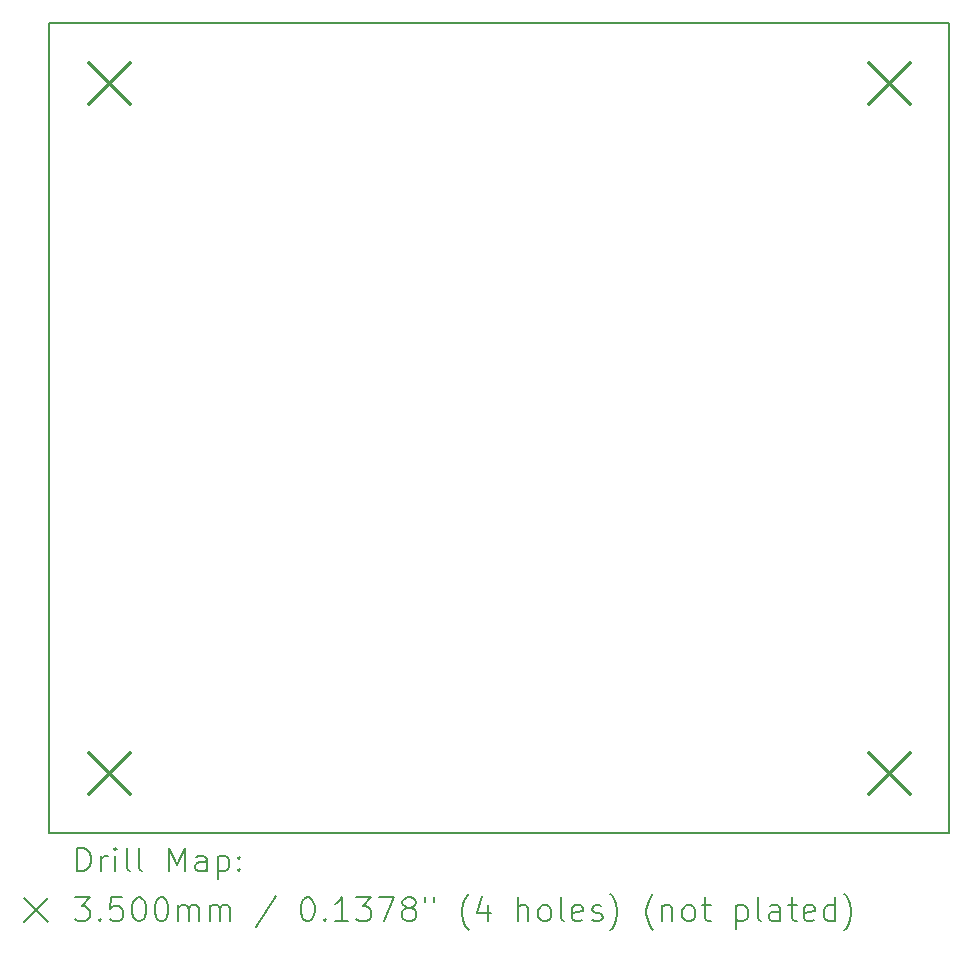
<source format=gbr>
%TF.GenerationSoftware,KiCad,Pcbnew,7.0.2*%
%TF.CreationDate,2024-02-28T17:22:57-05:00*%
%TF.ProjectId,TrumpetMelody,5472756d-7065-4744-9d65-6c6f64792e6b,rev?*%
%TF.SameCoordinates,Original*%
%TF.FileFunction,Drillmap*%
%TF.FilePolarity,Positive*%
%FSLAX45Y45*%
G04 Gerber Fmt 4.5, Leading zero omitted, Abs format (unit mm)*
G04 Created by KiCad (PCBNEW 7.0.2) date 2024-02-28 17:22:57*
%MOMM*%
%LPD*%
G01*
G04 APERTURE LIST*
%ADD10C,0.200000*%
%ADD11C,0.350000*%
G04 APERTURE END LIST*
D10*
X14732000Y-4572000D02*
X22352000Y-4572000D01*
X22352000Y-11430000D01*
X14732000Y-11430000D01*
X14732000Y-4572000D01*
D11*
X15065000Y-4905000D02*
X15415000Y-5255000D01*
X15415000Y-4905000D02*
X15065000Y-5255000D01*
X15065000Y-10747000D02*
X15415000Y-11097000D01*
X15415000Y-10747000D02*
X15065000Y-11097000D01*
X21669000Y-4905000D02*
X22019000Y-5255000D01*
X22019000Y-4905000D02*
X21669000Y-5255000D01*
X21669000Y-10747000D02*
X22019000Y-11097000D01*
X22019000Y-10747000D02*
X21669000Y-11097000D01*
D10*
X14969619Y-11752524D02*
X14969619Y-11552524D01*
X14969619Y-11552524D02*
X15017238Y-11552524D01*
X15017238Y-11552524D02*
X15045809Y-11562048D01*
X15045809Y-11562048D02*
X15064857Y-11581095D01*
X15064857Y-11581095D02*
X15074381Y-11600143D01*
X15074381Y-11600143D02*
X15083905Y-11638238D01*
X15083905Y-11638238D02*
X15083905Y-11666809D01*
X15083905Y-11666809D02*
X15074381Y-11704905D01*
X15074381Y-11704905D02*
X15064857Y-11723952D01*
X15064857Y-11723952D02*
X15045809Y-11743000D01*
X15045809Y-11743000D02*
X15017238Y-11752524D01*
X15017238Y-11752524D02*
X14969619Y-11752524D01*
X15169619Y-11752524D02*
X15169619Y-11619190D01*
X15169619Y-11657286D02*
X15179143Y-11638238D01*
X15179143Y-11638238D02*
X15188667Y-11628714D01*
X15188667Y-11628714D02*
X15207714Y-11619190D01*
X15207714Y-11619190D02*
X15226762Y-11619190D01*
X15293428Y-11752524D02*
X15293428Y-11619190D01*
X15293428Y-11552524D02*
X15283905Y-11562048D01*
X15283905Y-11562048D02*
X15293428Y-11571571D01*
X15293428Y-11571571D02*
X15302952Y-11562048D01*
X15302952Y-11562048D02*
X15293428Y-11552524D01*
X15293428Y-11552524D02*
X15293428Y-11571571D01*
X15417238Y-11752524D02*
X15398190Y-11743000D01*
X15398190Y-11743000D02*
X15388667Y-11723952D01*
X15388667Y-11723952D02*
X15388667Y-11552524D01*
X15522000Y-11752524D02*
X15502952Y-11743000D01*
X15502952Y-11743000D02*
X15493428Y-11723952D01*
X15493428Y-11723952D02*
X15493428Y-11552524D01*
X15750571Y-11752524D02*
X15750571Y-11552524D01*
X15750571Y-11552524D02*
X15817238Y-11695381D01*
X15817238Y-11695381D02*
X15883905Y-11552524D01*
X15883905Y-11552524D02*
X15883905Y-11752524D01*
X16064857Y-11752524D02*
X16064857Y-11647762D01*
X16064857Y-11647762D02*
X16055333Y-11628714D01*
X16055333Y-11628714D02*
X16036286Y-11619190D01*
X16036286Y-11619190D02*
X15998190Y-11619190D01*
X15998190Y-11619190D02*
X15979143Y-11628714D01*
X16064857Y-11743000D02*
X16045809Y-11752524D01*
X16045809Y-11752524D02*
X15998190Y-11752524D01*
X15998190Y-11752524D02*
X15979143Y-11743000D01*
X15979143Y-11743000D02*
X15969619Y-11723952D01*
X15969619Y-11723952D02*
X15969619Y-11704905D01*
X15969619Y-11704905D02*
X15979143Y-11685857D01*
X15979143Y-11685857D02*
X15998190Y-11676333D01*
X15998190Y-11676333D02*
X16045809Y-11676333D01*
X16045809Y-11676333D02*
X16064857Y-11666809D01*
X16160095Y-11619190D02*
X16160095Y-11819190D01*
X16160095Y-11628714D02*
X16179143Y-11619190D01*
X16179143Y-11619190D02*
X16217238Y-11619190D01*
X16217238Y-11619190D02*
X16236286Y-11628714D01*
X16236286Y-11628714D02*
X16245809Y-11638238D01*
X16245809Y-11638238D02*
X16255333Y-11657286D01*
X16255333Y-11657286D02*
X16255333Y-11714428D01*
X16255333Y-11714428D02*
X16245809Y-11733476D01*
X16245809Y-11733476D02*
X16236286Y-11743000D01*
X16236286Y-11743000D02*
X16217238Y-11752524D01*
X16217238Y-11752524D02*
X16179143Y-11752524D01*
X16179143Y-11752524D02*
X16160095Y-11743000D01*
X16341048Y-11733476D02*
X16350571Y-11743000D01*
X16350571Y-11743000D02*
X16341048Y-11752524D01*
X16341048Y-11752524D02*
X16331524Y-11743000D01*
X16331524Y-11743000D02*
X16341048Y-11733476D01*
X16341048Y-11733476D02*
X16341048Y-11752524D01*
X16341048Y-11628714D02*
X16350571Y-11638238D01*
X16350571Y-11638238D02*
X16341048Y-11647762D01*
X16341048Y-11647762D02*
X16331524Y-11638238D01*
X16331524Y-11638238D02*
X16341048Y-11628714D01*
X16341048Y-11628714D02*
X16341048Y-11647762D01*
X14522000Y-11980000D02*
X14722000Y-12180000D01*
X14722000Y-11980000D02*
X14522000Y-12180000D01*
X14950571Y-11972524D02*
X15074381Y-11972524D01*
X15074381Y-11972524D02*
X15007714Y-12048714D01*
X15007714Y-12048714D02*
X15036286Y-12048714D01*
X15036286Y-12048714D02*
X15055333Y-12058238D01*
X15055333Y-12058238D02*
X15064857Y-12067762D01*
X15064857Y-12067762D02*
X15074381Y-12086809D01*
X15074381Y-12086809D02*
X15074381Y-12134428D01*
X15074381Y-12134428D02*
X15064857Y-12153476D01*
X15064857Y-12153476D02*
X15055333Y-12163000D01*
X15055333Y-12163000D02*
X15036286Y-12172524D01*
X15036286Y-12172524D02*
X14979143Y-12172524D01*
X14979143Y-12172524D02*
X14960095Y-12163000D01*
X14960095Y-12163000D02*
X14950571Y-12153476D01*
X15160095Y-12153476D02*
X15169619Y-12163000D01*
X15169619Y-12163000D02*
X15160095Y-12172524D01*
X15160095Y-12172524D02*
X15150571Y-12163000D01*
X15150571Y-12163000D02*
X15160095Y-12153476D01*
X15160095Y-12153476D02*
X15160095Y-12172524D01*
X15350571Y-11972524D02*
X15255333Y-11972524D01*
X15255333Y-11972524D02*
X15245809Y-12067762D01*
X15245809Y-12067762D02*
X15255333Y-12058238D01*
X15255333Y-12058238D02*
X15274381Y-12048714D01*
X15274381Y-12048714D02*
X15322000Y-12048714D01*
X15322000Y-12048714D02*
X15341048Y-12058238D01*
X15341048Y-12058238D02*
X15350571Y-12067762D01*
X15350571Y-12067762D02*
X15360095Y-12086809D01*
X15360095Y-12086809D02*
X15360095Y-12134428D01*
X15360095Y-12134428D02*
X15350571Y-12153476D01*
X15350571Y-12153476D02*
X15341048Y-12163000D01*
X15341048Y-12163000D02*
X15322000Y-12172524D01*
X15322000Y-12172524D02*
X15274381Y-12172524D01*
X15274381Y-12172524D02*
X15255333Y-12163000D01*
X15255333Y-12163000D02*
X15245809Y-12153476D01*
X15483905Y-11972524D02*
X15502952Y-11972524D01*
X15502952Y-11972524D02*
X15522000Y-11982048D01*
X15522000Y-11982048D02*
X15531524Y-11991571D01*
X15531524Y-11991571D02*
X15541048Y-12010619D01*
X15541048Y-12010619D02*
X15550571Y-12048714D01*
X15550571Y-12048714D02*
X15550571Y-12096333D01*
X15550571Y-12096333D02*
X15541048Y-12134428D01*
X15541048Y-12134428D02*
X15531524Y-12153476D01*
X15531524Y-12153476D02*
X15522000Y-12163000D01*
X15522000Y-12163000D02*
X15502952Y-12172524D01*
X15502952Y-12172524D02*
X15483905Y-12172524D01*
X15483905Y-12172524D02*
X15464857Y-12163000D01*
X15464857Y-12163000D02*
X15455333Y-12153476D01*
X15455333Y-12153476D02*
X15445809Y-12134428D01*
X15445809Y-12134428D02*
X15436286Y-12096333D01*
X15436286Y-12096333D02*
X15436286Y-12048714D01*
X15436286Y-12048714D02*
X15445809Y-12010619D01*
X15445809Y-12010619D02*
X15455333Y-11991571D01*
X15455333Y-11991571D02*
X15464857Y-11982048D01*
X15464857Y-11982048D02*
X15483905Y-11972524D01*
X15674381Y-11972524D02*
X15693429Y-11972524D01*
X15693429Y-11972524D02*
X15712476Y-11982048D01*
X15712476Y-11982048D02*
X15722000Y-11991571D01*
X15722000Y-11991571D02*
X15731524Y-12010619D01*
X15731524Y-12010619D02*
X15741048Y-12048714D01*
X15741048Y-12048714D02*
X15741048Y-12096333D01*
X15741048Y-12096333D02*
X15731524Y-12134428D01*
X15731524Y-12134428D02*
X15722000Y-12153476D01*
X15722000Y-12153476D02*
X15712476Y-12163000D01*
X15712476Y-12163000D02*
X15693429Y-12172524D01*
X15693429Y-12172524D02*
X15674381Y-12172524D01*
X15674381Y-12172524D02*
X15655333Y-12163000D01*
X15655333Y-12163000D02*
X15645809Y-12153476D01*
X15645809Y-12153476D02*
X15636286Y-12134428D01*
X15636286Y-12134428D02*
X15626762Y-12096333D01*
X15626762Y-12096333D02*
X15626762Y-12048714D01*
X15626762Y-12048714D02*
X15636286Y-12010619D01*
X15636286Y-12010619D02*
X15645809Y-11991571D01*
X15645809Y-11991571D02*
X15655333Y-11982048D01*
X15655333Y-11982048D02*
X15674381Y-11972524D01*
X15826762Y-12172524D02*
X15826762Y-12039190D01*
X15826762Y-12058238D02*
X15836286Y-12048714D01*
X15836286Y-12048714D02*
X15855333Y-12039190D01*
X15855333Y-12039190D02*
X15883905Y-12039190D01*
X15883905Y-12039190D02*
X15902952Y-12048714D01*
X15902952Y-12048714D02*
X15912476Y-12067762D01*
X15912476Y-12067762D02*
X15912476Y-12172524D01*
X15912476Y-12067762D02*
X15922000Y-12048714D01*
X15922000Y-12048714D02*
X15941048Y-12039190D01*
X15941048Y-12039190D02*
X15969619Y-12039190D01*
X15969619Y-12039190D02*
X15988667Y-12048714D01*
X15988667Y-12048714D02*
X15998190Y-12067762D01*
X15998190Y-12067762D02*
X15998190Y-12172524D01*
X16093429Y-12172524D02*
X16093429Y-12039190D01*
X16093429Y-12058238D02*
X16102952Y-12048714D01*
X16102952Y-12048714D02*
X16122000Y-12039190D01*
X16122000Y-12039190D02*
X16150571Y-12039190D01*
X16150571Y-12039190D02*
X16169619Y-12048714D01*
X16169619Y-12048714D02*
X16179143Y-12067762D01*
X16179143Y-12067762D02*
X16179143Y-12172524D01*
X16179143Y-12067762D02*
X16188667Y-12048714D01*
X16188667Y-12048714D02*
X16207714Y-12039190D01*
X16207714Y-12039190D02*
X16236286Y-12039190D01*
X16236286Y-12039190D02*
X16255333Y-12048714D01*
X16255333Y-12048714D02*
X16264857Y-12067762D01*
X16264857Y-12067762D02*
X16264857Y-12172524D01*
X16655333Y-11963000D02*
X16483905Y-12220143D01*
X16912476Y-11972524D02*
X16931524Y-11972524D01*
X16931524Y-11972524D02*
X16950572Y-11982048D01*
X16950572Y-11982048D02*
X16960095Y-11991571D01*
X16960095Y-11991571D02*
X16969619Y-12010619D01*
X16969619Y-12010619D02*
X16979143Y-12048714D01*
X16979143Y-12048714D02*
X16979143Y-12096333D01*
X16979143Y-12096333D02*
X16969619Y-12134428D01*
X16969619Y-12134428D02*
X16960095Y-12153476D01*
X16960095Y-12153476D02*
X16950572Y-12163000D01*
X16950572Y-12163000D02*
X16931524Y-12172524D01*
X16931524Y-12172524D02*
X16912476Y-12172524D01*
X16912476Y-12172524D02*
X16893429Y-12163000D01*
X16893429Y-12163000D02*
X16883905Y-12153476D01*
X16883905Y-12153476D02*
X16874381Y-12134428D01*
X16874381Y-12134428D02*
X16864857Y-12096333D01*
X16864857Y-12096333D02*
X16864857Y-12048714D01*
X16864857Y-12048714D02*
X16874381Y-12010619D01*
X16874381Y-12010619D02*
X16883905Y-11991571D01*
X16883905Y-11991571D02*
X16893429Y-11982048D01*
X16893429Y-11982048D02*
X16912476Y-11972524D01*
X17064857Y-12153476D02*
X17074381Y-12163000D01*
X17074381Y-12163000D02*
X17064857Y-12172524D01*
X17064857Y-12172524D02*
X17055334Y-12163000D01*
X17055334Y-12163000D02*
X17064857Y-12153476D01*
X17064857Y-12153476D02*
X17064857Y-12172524D01*
X17264857Y-12172524D02*
X17150572Y-12172524D01*
X17207714Y-12172524D02*
X17207714Y-11972524D01*
X17207714Y-11972524D02*
X17188667Y-12001095D01*
X17188667Y-12001095D02*
X17169619Y-12020143D01*
X17169619Y-12020143D02*
X17150572Y-12029667D01*
X17331524Y-11972524D02*
X17455334Y-11972524D01*
X17455334Y-11972524D02*
X17388667Y-12048714D01*
X17388667Y-12048714D02*
X17417238Y-12048714D01*
X17417238Y-12048714D02*
X17436286Y-12058238D01*
X17436286Y-12058238D02*
X17445810Y-12067762D01*
X17445810Y-12067762D02*
X17455334Y-12086809D01*
X17455334Y-12086809D02*
X17455334Y-12134428D01*
X17455334Y-12134428D02*
X17445810Y-12153476D01*
X17445810Y-12153476D02*
X17436286Y-12163000D01*
X17436286Y-12163000D02*
X17417238Y-12172524D01*
X17417238Y-12172524D02*
X17360095Y-12172524D01*
X17360095Y-12172524D02*
X17341048Y-12163000D01*
X17341048Y-12163000D02*
X17331524Y-12153476D01*
X17522000Y-11972524D02*
X17655334Y-11972524D01*
X17655334Y-11972524D02*
X17569619Y-12172524D01*
X17760095Y-12058238D02*
X17741048Y-12048714D01*
X17741048Y-12048714D02*
X17731524Y-12039190D01*
X17731524Y-12039190D02*
X17722000Y-12020143D01*
X17722000Y-12020143D02*
X17722000Y-12010619D01*
X17722000Y-12010619D02*
X17731524Y-11991571D01*
X17731524Y-11991571D02*
X17741048Y-11982048D01*
X17741048Y-11982048D02*
X17760095Y-11972524D01*
X17760095Y-11972524D02*
X17798191Y-11972524D01*
X17798191Y-11972524D02*
X17817238Y-11982048D01*
X17817238Y-11982048D02*
X17826762Y-11991571D01*
X17826762Y-11991571D02*
X17836286Y-12010619D01*
X17836286Y-12010619D02*
X17836286Y-12020143D01*
X17836286Y-12020143D02*
X17826762Y-12039190D01*
X17826762Y-12039190D02*
X17817238Y-12048714D01*
X17817238Y-12048714D02*
X17798191Y-12058238D01*
X17798191Y-12058238D02*
X17760095Y-12058238D01*
X17760095Y-12058238D02*
X17741048Y-12067762D01*
X17741048Y-12067762D02*
X17731524Y-12077286D01*
X17731524Y-12077286D02*
X17722000Y-12096333D01*
X17722000Y-12096333D02*
X17722000Y-12134428D01*
X17722000Y-12134428D02*
X17731524Y-12153476D01*
X17731524Y-12153476D02*
X17741048Y-12163000D01*
X17741048Y-12163000D02*
X17760095Y-12172524D01*
X17760095Y-12172524D02*
X17798191Y-12172524D01*
X17798191Y-12172524D02*
X17817238Y-12163000D01*
X17817238Y-12163000D02*
X17826762Y-12153476D01*
X17826762Y-12153476D02*
X17836286Y-12134428D01*
X17836286Y-12134428D02*
X17836286Y-12096333D01*
X17836286Y-12096333D02*
X17826762Y-12077286D01*
X17826762Y-12077286D02*
X17817238Y-12067762D01*
X17817238Y-12067762D02*
X17798191Y-12058238D01*
X17912476Y-11972524D02*
X17912476Y-12010619D01*
X17988667Y-11972524D02*
X17988667Y-12010619D01*
X18283905Y-12248714D02*
X18274381Y-12239190D01*
X18274381Y-12239190D02*
X18255334Y-12210619D01*
X18255334Y-12210619D02*
X18245810Y-12191571D01*
X18245810Y-12191571D02*
X18236286Y-12163000D01*
X18236286Y-12163000D02*
X18226762Y-12115381D01*
X18226762Y-12115381D02*
X18226762Y-12077286D01*
X18226762Y-12077286D02*
X18236286Y-12029667D01*
X18236286Y-12029667D02*
X18245810Y-12001095D01*
X18245810Y-12001095D02*
X18255334Y-11982048D01*
X18255334Y-11982048D02*
X18274381Y-11953476D01*
X18274381Y-11953476D02*
X18283905Y-11943952D01*
X18445810Y-12039190D02*
X18445810Y-12172524D01*
X18398191Y-11963000D02*
X18350572Y-12105857D01*
X18350572Y-12105857D02*
X18474381Y-12105857D01*
X18702953Y-12172524D02*
X18702953Y-11972524D01*
X18788667Y-12172524D02*
X18788667Y-12067762D01*
X18788667Y-12067762D02*
X18779143Y-12048714D01*
X18779143Y-12048714D02*
X18760096Y-12039190D01*
X18760096Y-12039190D02*
X18731524Y-12039190D01*
X18731524Y-12039190D02*
X18712477Y-12048714D01*
X18712477Y-12048714D02*
X18702953Y-12058238D01*
X18912477Y-12172524D02*
X18893429Y-12163000D01*
X18893429Y-12163000D02*
X18883905Y-12153476D01*
X18883905Y-12153476D02*
X18874381Y-12134428D01*
X18874381Y-12134428D02*
X18874381Y-12077286D01*
X18874381Y-12077286D02*
X18883905Y-12058238D01*
X18883905Y-12058238D02*
X18893429Y-12048714D01*
X18893429Y-12048714D02*
X18912477Y-12039190D01*
X18912477Y-12039190D02*
X18941048Y-12039190D01*
X18941048Y-12039190D02*
X18960096Y-12048714D01*
X18960096Y-12048714D02*
X18969619Y-12058238D01*
X18969619Y-12058238D02*
X18979143Y-12077286D01*
X18979143Y-12077286D02*
X18979143Y-12134428D01*
X18979143Y-12134428D02*
X18969619Y-12153476D01*
X18969619Y-12153476D02*
X18960096Y-12163000D01*
X18960096Y-12163000D02*
X18941048Y-12172524D01*
X18941048Y-12172524D02*
X18912477Y-12172524D01*
X19093429Y-12172524D02*
X19074381Y-12163000D01*
X19074381Y-12163000D02*
X19064858Y-12143952D01*
X19064858Y-12143952D02*
X19064858Y-11972524D01*
X19245810Y-12163000D02*
X19226762Y-12172524D01*
X19226762Y-12172524D02*
X19188667Y-12172524D01*
X19188667Y-12172524D02*
X19169619Y-12163000D01*
X19169619Y-12163000D02*
X19160096Y-12143952D01*
X19160096Y-12143952D02*
X19160096Y-12067762D01*
X19160096Y-12067762D02*
X19169619Y-12048714D01*
X19169619Y-12048714D02*
X19188667Y-12039190D01*
X19188667Y-12039190D02*
X19226762Y-12039190D01*
X19226762Y-12039190D02*
X19245810Y-12048714D01*
X19245810Y-12048714D02*
X19255334Y-12067762D01*
X19255334Y-12067762D02*
X19255334Y-12086809D01*
X19255334Y-12086809D02*
X19160096Y-12105857D01*
X19331524Y-12163000D02*
X19350572Y-12172524D01*
X19350572Y-12172524D02*
X19388667Y-12172524D01*
X19388667Y-12172524D02*
X19407715Y-12163000D01*
X19407715Y-12163000D02*
X19417239Y-12143952D01*
X19417239Y-12143952D02*
X19417239Y-12134428D01*
X19417239Y-12134428D02*
X19407715Y-12115381D01*
X19407715Y-12115381D02*
X19388667Y-12105857D01*
X19388667Y-12105857D02*
X19360096Y-12105857D01*
X19360096Y-12105857D02*
X19341048Y-12096333D01*
X19341048Y-12096333D02*
X19331524Y-12077286D01*
X19331524Y-12077286D02*
X19331524Y-12067762D01*
X19331524Y-12067762D02*
X19341048Y-12048714D01*
X19341048Y-12048714D02*
X19360096Y-12039190D01*
X19360096Y-12039190D02*
X19388667Y-12039190D01*
X19388667Y-12039190D02*
X19407715Y-12048714D01*
X19483905Y-12248714D02*
X19493429Y-12239190D01*
X19493429Y-12239190D02*
X19512477Y-12210619D01*
X19512477Y-12210619D02*
X19522000Y-12191571D01*
X19522000Y-12191571D02*
X19531524Y-12163000D01*
X19531524Y-12163000D02*
X19541048Y-12115381D01*
X19541048Y-12115381D02*
X19541048Y-12077286D01*
X19541048Y-12077286D02*
X19531524Y-12029667D01*
X19531524Y-12029667D02*
X19522000Y-12001095D01*
X19522000Y-12001095D02*
X19512477Y-11982048D01*
X19512477Y-11982048D02*
X19493429Y-11953476D01*
X19493429Y-11953476D02*
X19483905Y-11943952D01*
X19845810Y-12248714D02*
X19836286Y-12239190D01*
X19836286Y-12239190D02*
X19817239Y-12210619D01*
X19817239Y-12210619D02*
X19807715Y-12191571D01*
X19807715Y-12191571D02*
X19798191Y-12163000D01*
X19798191Y-12163000D02*
X19788667Y-12115381D01*
X19788667Y-12115381D02*
X19788667Y-12077286D01*
X19788667Y-12077286D02*
X19798191Y-12029667D01*
X19798191Y-12029667D02*
X19807715Y-12001095D01*
X19807715Y-12001095D02*
X19817239Y-11982048D01*
X19817239Y-11982048D02*
X19836286Y-11953476D01*
X19836286Y-11953476D02*
X19845810Y-11943952D01*
X19922000Y-12039190D02*
X19922000Y-12172524D01*
X19922000Y-12058238D02*
X19931524Y-12048714D01*
X19931524Y-12048714D02*
X19950572Y-12039190D01*
X19950572Y-12039190D02*
X19979143Y-12039190D01*
X19979143Y-12039190D02*
X19998191Y-12048714D01*
X19998191Y-12048714D02*
X20007715Y-12067762D01*
X20007715Y-12067762D02*
X20007715Y-12172524D01*
X20131524Y-12172524D02*
X20112477Y-12163000D01*
X20112477Y-12163000D02*
X20102953Y-12153476D01*
X20102953Y-12153476D02*
X20093429Y-12134428D01*
X20093429Y-12134428D02*
X20093429Y-12077286D01*
X20093429Y-12077286D02*
X20102953Y-12058238D01*
X20102953Y-12058238D02*
X20112477Y-12048714D01*
X20112477Y-12048714D02*
X20131524Y-12039190D01*
X20131524Y-12039190D02*
X20160096Y-12039190D01*
X20160096Y-12039190D02*
X20179143Y-12048714D01*
X20179143Y-12048714D02*
X20188667Y-12058238D01*
X20188667Y-12058238D02*
X20198191Y-12077286D01*
X20198191Y-12077286D02*
X20198191Y-12134428D01*
X20198191Y-12134428D02*
X20188667Y-12153476D01*
X20188667Y-12153476D02*
X20179143Y-12163000D01*
X20179143Y-12163000D02*
X20160096Y-12172524D01*
X20160096Y-12172524D02*
X20131524Y-12172524D01*
X20255334Y-12039190D02*
X20331524Y-12039190D01*
X20283905Y-11972524D02*
X20283905Y-12143952D01*
X20283905Y-12143952D02*
X20293429Y-12163000D01*
X20293429Y-12163000D02*
X20312477Y-12172524D01*
X20312477Y-12172524D02*
X20331524Y-12172524D01*
X20550572Y-12039190D02*
X20550572Y-12239190D01*
X20550572Y-12048714D02*
X20569620Y-12039190D01*
X20569620Y-12039190D02*
X20607715Y-12039190D01*
X20607715Y-12039190D02*
X20626762Y-12048714D01*
X20626762Y-12048714D02*
X20636286Y-12058238D01*
X20636286Y-12058238D02*
X20645810Y-12077286D01*
X20645810Y-12077286D02*
X20645810Y-12134428D01*
X20645810Y-12134428D02*
X20636286Y-12153476D01*
X20636286Y-12153476D02*
X20626762Y-12163000D01*
X20626762Y-12163000D02*
X20607715Y-12172524D01*
X20607715Y-12172524D02*
X20569620Y-12172524D01*
X20569620Y-12172524D02*
X20550572Y-12163000D01*
X20760096Y-12172524D02*
X20741048Y-12163000D01*
X20741048Y-12163000D02*
X20731524Y-12143952D01*
X20731524Y-12143952D02*
X20731524Y-11972524D01*
X20922001Y-12172524D02*
X20922001Y-12067762D01*
X20922001Y-12067762D02*
X20912477Y-12048714D01*
X20912477Y-12048714D02*
X20893429Y-12039190D01*
X20893429Y-12039190D02*
X20855334Y-12039190D01*
X20855334Y-12039190D02*
X20836286Y-12048714D01*
X20922001Y-12163000D02*
X20902953Y-12172524D01*
X20902953Y-12172524D02*
X20855334Y-12172524D01*
X20855334Y-12172524D02*
X20836286Y-12163000D01*
X20836286Y-12163000D02*
X20826762Y-12143952D01*
X20826762Y-12143952D02*
X20826762Y-12124905D01*
X20826762Y-12124905D02*
X20836286Y-12105857D01*
X20836286Y-12105857D02*
X20855334Y-12096333D01*
X20855334Y-12096333D02*
X20902953Y-12096333D01*
X20902953Y-12096333D02*
X20922001Y-12086809D01*
X20988667Y-12039190D02*
X21064858Y-12039190D01*
X21017239Y-11972524D02*
X21017239Y-12143952D01*
X21017239Y-12143952D02*
X21026762Y-12163000D01*
X21026762Y-12163000D02*
X21045810Y-12172524D01*
X21045810Y-12172524D02*
X21064858Y-12172524D01*
X21207715Y-12163000D02*
X21188667Y-12172524D01*
X21188667Y-12172524D02*
X21150572Y-12172524D01*
X21150572Y-12172524D02*
X21131524Y-12163000D01*
X21131524Y-12163000D02*
X21122001Y-12143952D01*
X21122001Y-12143952D02*
X21122001Y-12067762D01*
X21122001Y-12067762D02*
X21131524Y-12048714D01*
X21131524Y-12048714D02*
X21150572Y-12039190D01*
X21150572Y-12039190D02*
X21188667Y-12039190D01*
X21188667Y-12039190D02*
X21207715Y-12048714D01*
X21207715Y-12048714D02*
X21217239Y-12067762D01*
X21217239Y-12067762D02*
X21217239Y-12086809D01*
X21217239Y-12086809D02*
X21122001Y-12105857D01*
X21388667Y-12172524D02*
X21388667Y-11972524D01*
X21388667Y-12163000D02*
X21369620Y-12172524D01*
X21369620Y-12172524D02*
X21331524Y-12172524D01*
X21331524Y-12172524D02*
X21312477Y-12163000D01*
X21312477Y-12163000D02*
X21302953Y-12153476D01*
X21302953Y-12153476D02*
X21293429Y-12134428D01*
X21293429Y-12134428D02*
X21293429Y-12077286D01*
X21293429Y-12077286D02*
X21302953Y-12058238D01*
X21302953Y-12058238D02*
X21312477Y-12048714D01*
X21312477Y-12048714D02*
X21331524Y-12039190D01*
X21331524Y-12039190D02*
X21369620Y-12039190D01*
X21369620Y-12039190D02*
X21388667Y-12048714D01*
X21464858Y-12248714D02*
X21474382Y-12239190D01*
X21474382Y-12239190D02*
X21493429Y-12210619D01*
X21493429Y-12210619D02*
X21502953Y-12191571D01*
X21502953Y-12191571D02*
X21512477Y-12163000D01*
X21512477Y-12163000D02*
X21522001Y-12115381D01*
X21522001Y-12115381D02*
X21522001Y-12077286D01*
X21522001Y-12077286D02*
X21512477Y-12029667D01*
X21512477Y-12029667D02*
X21502953Y-12001095D01*
X21502953Y-12001095D02*
X21493429Y-11982048D01*
X21493429Y-11982048D02*
X21474382Y-11953476D01*
X21474382Y-11953476D02*
X21464858Y-11943952D01*
M02*

</source>
